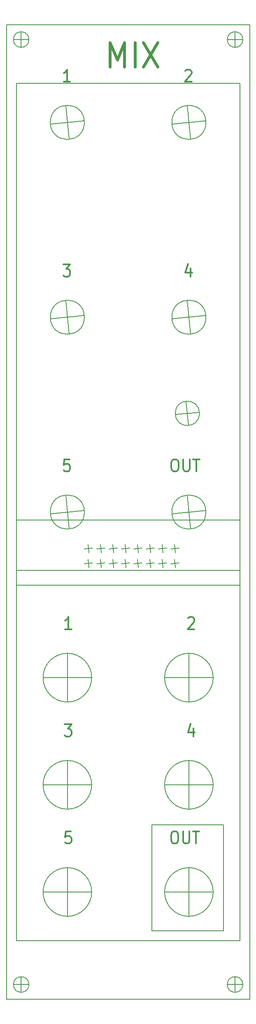
<source format=gbr>
G04 #@! TF.GenerationSoftware,KiCad,Pcbnew,(5.1.9)-1*
G04 #@! TF.CreationDate,2021-08-22T22:13:52+01:00*
G04 #@! TF.ProjectId,Simple Mixer Front Panel,53696d70-6c65-4204-9d69-786572204672,rev?*
G04 #@! TF.SameCoordinates,Original*
G04 #@! TF.FileFunction,OtherDrawing,Comment*
%FSLAX46Y46*%
G04 Gerber Fmt 4.6, Leading zero omitted, Abs format (unit mm)*
G04 Created by KiCad (PCBNEW (5.1.9)-1) date 2021-08-22 22:13:52*
%MOMM*%
%LPD*%
G01*
G04 APERTURE LIST*
%ADD10C,0.200000*%
%ADD11C,0.312500*%
%ADD12C,0.625000*%
G04 APERTURE END LIST*
D10*
X64710556Y-10632161D02*
G75*
G03*
X64710556Y-10632161I-1600000J0D01*
G01*
X35406856Y-117282160D02*
X35574255Y-118982160D01*
X51580555Y-118048160D02*
X49880555Y-118216161D01*
X48106855Y-117282160D02*
X48274255Y-118982160D01*
X43026855Y-117282160D02*
X43194255Y-118982160D01*
X57110556Y-27632161D02*
G75*
G03*
X57110556Y-27632161I-3500000J0D01*
G01*
X53272356Y-24198760D02*
X53948755Y-31065560D01*
X32043955Y-107293960D02*
X25177155Y-107970360D01*
X45566855Y-117282160D02*
X45734255Y-118982160D01*
X57043955Y-107293960D02*
X50177155Y-107970360D01*
X32110556Y-107632161D02*
G75*
G03*
X32110556Y-107632161I-3500000J0D01*
G01*
X37946856Y-117282160D02*
X38114255Y-118982160D01*
X64710556Y-204632161D02*
G75*
G03*
X64710556Y-204632161I-1600000J0D01*
G01*
X50858022Y-87607529D02*
X55724522Y-87141253D01*
X57043955Y-27293960D02*
X50177155Y-27970360D01*
X55796855Y-87373856D02*
G75*
G03*
X55796855Y-87373856I-2500000J0D01*
G01*
X57110556Y-67632161D02*
G75*
G03*
X57110556Y-67632161I-3500000J0D01*
G01*
X19110556Y-203032160D02*
X19110556Y-206232160D01*
X43960556Y-118048160D02*
X42260555Y-118216161D01*
X57043955Y-67293960D02*
X50177155Y-67970360D01*
X61510556Y-204632161D02*
X64710556Y-204632161D01*
X20710556Y-204632161D02*
G75*
G03*
X20710556Y-204632161I-1600000J0D01*
G01*
X20710556Y-10632161D02*
G75*
G03*
X20710556Y-10632161I-1600000J0D01*
G01*
X57110556Y-107632161D02*
G75*
G03*
X57110556Y-107632161I-3500000J0D01*
G01*
X38880555Y-118048160D02*
X37180556Y-118216161D01*
X63110556Y-203032160D02*
X63110556Y-206232160D01*
X53272356Y-64198760D02*
X53948755Y-71065560D01*
X61510556Y-10632161D02*
X64710556Y-10632161D01*
X17510556Y-204632161D02*
X20710556Y-204632161D01*
X40486855Y-117282160D02*
X40654256Y-118982160D01*
X36340556Y-118048160D02*
X34640556Y-118216161D01*
X33800555Y-118048160D02*
X32100555Y-118216161D01*
X32866855Y-117282160D02*
X33034255Y-118982160D01*
X53272356Y-104198760D02*
X53948755Y-111065560D01*
X49040555Y-118048160D02*
X47340555Y-118216161D01*
X17510556Y-10632161D02*
X20710556Y-10632161D01*
X50646855Y-117282160D02*
X50814255Y-118982160D01*
X41420556Y-118048160D02*
X39720555Y-118216161D01*
X19110556Y-9032160D02*
X19110556Y-12232160D01*
X46500555Y-118048160D02*
X44800555Y-118216161D01*
X53057022Y-84939129D02*
X53535422Y-89795729D01*
X63110556Y-9032160D02*
X63110556Y-12232160D01*
X49040555Y-115048160D02*
X47340555Y-115216161D01*
X16110556Y-207632161D02*
X66110556Y-207632161D01*
X40486855Y-114282160D02*
X40654256Y-115982160D01*
X41420556Y-115048160D02*
X39720555Y-115216161D01*
X64110556Y-195632161D02*
X64110556Y-109314000D01*
X66110556Y-207632161D02*
X66110556Y-7632161D01*
X51580555Y-115048160D02*
X49880555Y-115216161D01*
X63110556Y-9032160D02*
X63110556Y-12232160D01*
X53610556Y-180632161D02*
X53610556Y-190632161D01*
X28610556Y-180632161D02*
X28610556Y-190632161D01*
X16110556Y-7632161D02*
X16110556Y-207632161D01*
X18110556Y-109314000D02*
X18110556Y-195632161D01*
X18110556Y-195632161D02*
X64110556Y-195632161D01*
X19110556Y-9032160D02*
X19110556Y-12232160D01*
X48106855Y-114282160D02*
X48274255Y-115982160D01*
X64710556Y-10632161D02*
G75*
G03*
X64710556Y-10632161I-1600000J0D01*
G01*
X45566855Y-114282160D02*
X45734255Y-115982160D01*
X28272356Y-104198760D02*
X28948755Y-111065560D01*
X32110556Y-67632161D02*
G75*
G03*
X32110556Y-67632161I-3500000J0D01*
G01*
X48610556Y-141632161D02*
X58610556Y-141632161D01*
X32043955Y-67293960D02*
X25177155Y-67970360D01*
X28272356Y-64198760D02*
X28948755Y-71065560D01*
X18110556Y-19632161D02*
X18110556Y-119632161D01*
X17510556Y-10632161D02*
X20710556Y-10632161D01*
X58610556Y-163632161D02*
G75*
G03*
X58610556Y-163632161I-5000000J0D01*
G01*
X60727601Y-193604707D02*
X45989280Y-193604707D01*
X48610556Y-185632161D02*
X58610556Y-185632161D01*
X63110556Y-203032160D02*
X63110556Y-206232160D01*
X17510556Y-204632161D02*
X20710556Y-204632161D01*
X38880555Y-115048160D02*
X37180556Y-115216161D01*
X53610556Y-158632161D02*
X53610556Y-168632161D01*
X43026855Y-114282160D02*
X43194255Y-115982160D01*
X61510556Y-10632161D02*
X64710556Y-10632161D01*
X53610556Y-136632161D02*
X53610556Y-146632161D01*
X64710556Y-204632161D02*
G75*
G03*
X64710556Y-204632161I-1600000J0D01*
G01*
X32110556Y-27632161D02*
G75*
G03*
X32110556Y-27632161I-3500000J0D01*
G01*
X20710556Y-204632161D02*
G75*
G03*
X20710556Y-204632161I-1600000J0D01*
G01*
X64110556Y-109314000D02*
X18110556Y-109314000D01*
X32043955Y-27293960D02*
X25177155Y-27970360D01*
X28272356Y-24198760D02*
X28948755Y-31065560D01*
X45989280Y-193604707D02*
X45989280Y-171852196D01*
X60727601Y-171852196D02*
X60727601Y-193604707D01*
X19110556Y-203032160D02*
X19110556Y-206232160D01*
X43960556Y-115048160D02*
X42260555Y-115216161D01*
X46500555Y-115048160D02*
X44800555Y-115216161D01*
X45989280Y-171852196D02*
X60727601Y-171852196D01*
X28610556Y-136632161D02*
X28610556Y-146632161D01*
X33610556Y-141632161D02*
G75*
G03*
X33610556Y-141632161I-5000000J0D01*
G01*
X61510556Y-204632161D02*
X64710556Y-204632161D01*
X20710556Y-10632161D02*
G75*
G03*
X20710556Y-10632161I-1600000J0D01*
G01*
X64110556Y-19632161D02*
X18110556Y-19632161D01*
X33610556Y-185632161D02*
G75*
G03*
X33610556Y-185632161I-5000000J0D01*
G01*
X23610556Y-141632161D02*
X33610556Y-141632161D01*
X58610556Y-141632161D02*
G75*
G03*
X58610556Y-141632161I-5000000J0D01*
G01*
X23610556Y-163632161D02*
X33610556Y-163632161D01*
X50646855Y-114282160D02*
X50814255Y-115982160D01*
X48610556Y-163632161D02*
X58610556Y-163632161D01*
X23610556Y-185632161D02*
X33610556Y-185632161D01*
X66110556Y-7632161D02*
X16110556Y-7632161D01*
X28610556Y-158632161D02*
X28610556Y-168632161D01*
X33610556Y-163632161D02*
G75*
G03*
X33610556Y-163632161I-5000000J0D01*
G01*
X58610556Y-185632161D02*
G75*
G03*
X58610556Y-185632161I-5000000J0D01*
G01*
X64110556Y-119632161D02*
X64110556Y-19632161D01*
X18110556Y-122632161D02*
X64110556Y-122632161D01*
X33610556Y-185632161D02*
G75*
G03*
X33610556Y-185632161I-5000000J0D01*
G01*
X32043955Y-67293960D02*
X25177155Y-67970360D01*
X32110556Y-27632161D02*
G75*
G03*
X32110556Y-27632161I-3500000J0D01*
G01*
X18110556Y-195632161D02*
X64110556Y-195632161D01*
X45989280Y-193604707D02*
X45989280Y-171852196D01*
X53610556Y-180632161D02*
X53610556Y-190632161D01*
X64110556Y-195632161D02*
X64110556Y-109314000D01*
X66110556Y-207632161D02*
X66110556Y-7632161D01*
X60727601Y-193604707D02*
X45989280Y-193604707D01*
X28610556Y-136632161D02*
X28610556Y-146632161D01*
X18110556Y-109314000D02*
X18110556Y-195632161D01*
X23610556Y-163632161D02*
X33610556Y-163632161D01*
X33610556Y-141632161D02*
G75*
G03*
X33610556Y-141632161I-5000000J0D01*
G01*
X48610556Y-163632161D02*
X58610556Y-163632161D01*
X48610556Y-185632161D02*
X58610556Y-185632161D01*
X64110556Y-19632161D02*
X18110556Y-19632161D01*
X16110556Y-207632161D02*
X66110556Y-207632161D01*
X37946856Y-114282160D02*
X38114255Y-115982160D01*
X36340556Y-115048160D02*
X34640556Y-115216161D01*
X57110556Y-67632161D02*
G75*
G03*
X57110556Y-67632161I-3500000J0D01*
G01*
X18110556Y-19632161D02*
X18110556Y-119632161D01*
X32110556Y-107632161D02*
G75*
G03*
X32110556Y-107632161I-3500000J0D01*
G01*
X28272356Y-24198760D02*
X28948755Y-31065560D01*
X58610556Y-185632161D02*
G75*
G03*
X58610556Y-185632161I-5000000J0D01*
G01*
X58610556Y-141632161D02*
G75*
G03*
X58610556Y-141632161I-5000000J0D01*
G01*
X35406856Y-114282160D02*
X35574255Y-115982160D01*
X33800555Y-115048160D02*
X32100555Y-115216161D01*
X53272356Y-104198760D02*
X53948755Y-111065560D01*
X57043955Y-67293960D02*
X50177155Y-67970360D01*
X18110556Y-119632161D02*
X64110556Y-119632161D01*
X53610556Y-136632161D02*
X53610556Y-146632161D01*
X66110556Y-7632161D02*
X16110556Y-7632161D01*
X45989280Y-171852196D02*
X60727601Y-171852196D01*
X16110556Y-7632161D02*
X16110556Y-207632161D01*
X32866855Y-114282160D02*
X33034255Y-115982160D01*
X55796855Y-87373856D02*
G75*
G03*
X55796855Y-87373856I-2500000J0D01*
G01*
X58610556Y-163632161D02*
G75*
G03*
X58610556Y-163632161I-5000000J0D01*
G01*
X50858022Y-87607529D02*
X55724522Y-87141253D01*
X53057022Y-84939129D02*
X53535422Y-89795729D01*
X57110556Y-107632161D02*
G75*
G03*
X57110556Y-107632161I-3500000J0D01*
G01*
X57043955Y-107293960D02*
X50177155Y-107970360D01*
X53272356Y-64198760D02*
X53948755Y-71065560D01*
X28272356Y-64198760D02*
X28948755Y-71065560D01*
X32043955Y-27293960D02*
X25177155Y-27970360D01*
X57110556Y-27632161D02*
G75*
G03*
X57110556Y-27632161I-3500000J0D01*
G01*
X60727601Y-171852196D02*
X60727601Y-193604707D01*
X64110556Y-119632161D02*
X64110556Y-19632161D01*
X28610556Y-180632161D02*
X28610556Y-190632161D01*
X53610556Y-158632161D02*
X53610556Y-168632161D01*
X57043955Y-27293960D02*
X50177155Y-27970360D01*
X53272356Y-24198760D02*
X53948755Y-31065560D01*
X23610556Y-141632161D02*
X33610556Y-141632161D01*
X48610556Y-141632161D02*
X58610556Y-141632161D01*
X33610556Y-163632161D02*
G75*
G03*
X33610556Y-163632161I-5000000J0D01*
G01*
X64110556Y-109314000D02*
X18110556Y-109314000D01*
X32043955Y-107293960D02*
X25177155Y-107970360D01*
X28272356Y-104198760D02*
X28948755Y-111065560D01*
X32110556Y-67632161D02*
G75*
G03*
X32110556Y-67632161I-3500000J0D01*
G01*
X23610556Y-185632161D02*
X33610556Y-185632161D01*
X28610556Y-158632161D02*
X28610556Y-168632161D01*
D11*
X50484350Y-173190952D02*
X50912922Y-173190952D01*
X51127207Y-173310000D01*
X51341493Y-173548095D01*
X51448636Y-174024285D01*
X51448636Y-174857619D01*
X51341493Y-175333809D01*
X51127207Y-175571904D01*
X50912922Y-175690952D01*
X50484350Y-175690952D01*
X50270065Y-175571904D01*
X50055779Y-175333809D01*
X49948636Y-174857619D01*
X49948636Y-174024285D01*
X50055779Y-173548095D01*
X50270065Y-173310000D01*
X50484350Y-173190952D01*
X52412922Y-173190952D02*
X52412922Y-175214761D01*
X52520065Y-175452857D01*
X52627207Y-175571904D01*
X52841493Y-175690952D01*
X53270065Y-175690952D01*
X53484350Y-175571904D01*
X53591493Y-175452857D01*
X53698636Y-175214761D01*
X53698636Y-173190952D01*
X54448636Y-173190952D02*
X55734350Y-173190952D01*
X55091493Y-175690952D02*
X55091493Y-173190952D01*
D12*
X37345248Y-16253486D02*
X37345248Y-11253486D01*
X38845248Y-14824915D01*
X40345248Y-11253486D01*
X40345248Y-16253486D01*
X42488105Y-16253486D02*
X42488105Y-11253486D01*
X44202391Y-11253486D02*
X47202391Y-16253486D01*
X47202391Y-11253486D02*
X44202391Y-16253486D01*
D11*
X29068199Y-96799595D02*
X27996771Y-96799595D01*
X27889628Y-97990071D01*
X27996771Y-97871023D01*
X28211057Y-97751976D01*
X28746771Y-97751976D01*
X28961057Y-97871023D01*
X29068199Y-97990071D01*
X29175342Y-98228166D01*
X29175342Y-98823404D01*
X29068199Y-99061500D01*
X28961057Y-99180547D01*
X28746771Y-99299595D01*
X28211057Y-99299595D01*
X27996771Y-99180547D01*
X27889628Y-99061500D01*
X50529785Y-96799595D02*
X50958357Y-96799595D01*
X51172642Y-96918643D01*
X51386928Y-97156738D01*
X51494071Y-97632928D01*
X51494071Y-98466262D01*
X51386928Y-98942452D01*
X51172642Y-99180547D01*
X50958357Y-99299595D01*
X50529785Y-99299595D01*
X50315500Y-99180547D01*
X50101214Y-98942452D01*
X49994071Y-98466262D01*
X49994071Y-97632928D01*
X50101214Y-97156738D01*
X50315500Y-96918643D01*
X50529785Y-96799595D01*
X52458357Y-96799595D02*
X52458357Y-98823404D01*
X52565500Y-99061500D01*
X52672642Y-99180547D01*
X52886928Y-99299595D01*
X53315500Y-99299595D01*
X53529785Y-99180547D01*
X53636928Y-99061500D01*
X53744071Y-98823404D01*
X53744071Y-96799595D01*
X54494071Y-96799595D02*
X55779785Y-96799595D01*
X55136928Y-99299595D02*
X55136928Y-96799595D01*
X29175342Y-19299595D02*
X27889628Y-19299595D01*
X28532485Y-19299595D02*
X28532485Y-16799595D01*
X28318199Y-17156738D01*
X28103914Y-17394833D01*
X27889628Y-17513881D01*
X54521092Y-152024285D02*
X54521092Y-153690952D01*
X53985377Y-151071904D02*
X53449663Y-152857619D01*
X54842520Y-152857619D01*
X53961057Y-57632928D02*
X53961057Y-59299595D01*
X53425342Y-56680547D02*
X52889628Y-58466262D01*
X54282485Y-58466262D01*
X53449663Y-129429047D02*
X53556806Y-129310000D01*
X53771092Y-129190952D01*
X54306806Y-129190952D01*
X54521092Y-129310000D01*
X54628234Y-129429047D01*
X54735377Y-129667142D01*
X54735377Y-129905238D01*
X54628234Y-130262380D01*
X53342520Y-131690952D01*
X54735377Y-131690952D01*
X52889628Y-17037690D02*
X52996771Y-16918643D01*
X53211057Y-16799595D01*
X53746771Y-16799595D01*
X53961057Y-16918643D01*
X54068199Y-17037690D01*
X54175342Y-17275785D01*
X54175342Y-17513881D01*
X54068199Y-17871023D01*
X52782485Y-19299595D01*
X54175342Y-19299595D01*
X29350267Y-173190952D02*
X28278839Y-173190952D01*
X28171696Y-174381428D01*
X28278839Y-174262380D01*
X28493125Y-174143333D01*
X29028839Y-174143333D01*
X29243125Y-174262380D01*
X29350267Y-174381428D01*
X29457410Y-174619523D01*
X29457410Y-175214761D01*
X29350267Y-175452857D01*
X29243125Y-175571904D01*
X29028839Y-175690952D01*
X28493125Y-175690952D01*
X28278839Y-175571904D01*
X28171696Y-175452857D01*
X27782485Y-56799595D02*
X29175342Y-56799595D01*
X28425342Y-57751976D01*
X28746771Y-57751976D01*
X28961057Y-57871023D01*
X29068199Y-57990071D01*
X29175342Y-58228166D01*
X29175342Y-58823404D01*
X29068199Y-59061500D01*
X28961057Y-59180547D01*
X28746771Y-59299595D01*
X28103914Y-59299595D01*
X27889628Y-59180547D01*
X27782485Y-59061500D01*
X28064553Y-151190952D02*
X29457410Y-151190952D01*
X28707410Y-152143333D01*
X29028839Y-152143333D01*
X29243125Y-152262380D01*
X29350267Y-152381428D01*
X29457410Y-152619523D01*
X29457410Y-153214761D01*
X29350267Y-153452857D01*
X29243125Y-153571904D01*
X29028839Y-153690952D01*
X28385982Y-153690952D01*
X28171696Y-153571904D01*
X28064553Y-153452857D01*
X29457410Y-131690952D02*
X28171696Y-131690952D01*
X28814553Y-131690952D02*
X28814553Y-129190952D01*
X28600267Y-129548095D01*
X28385982Y-129786190D01*
X28171696Y-129905238D01*
M02*

</source>
